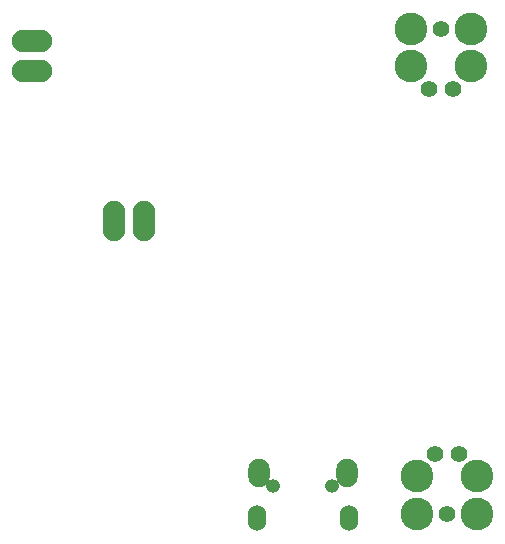
<source format=gbs>
G04 #@! TF.FileFunction,Soldermask,Bot*
%FSLAX46Y46*%
G04 Gerber Fmt 4.6, Leading zero omitted, Abs format (unit mm)*
G04 Created by KiCad (PCBNEW 4.0.6+dfsg1-1) date Tue Dec 26 18:50:37 2017*
%MOMM*%
%LPD*%
G01*
G04 APERTURE LIST*
%ADD10C,0.100000*%
%ADD11O,1.850000X2.400000*%
%ADD12O,1.550000X2.200000*%
%ADD13O,1.200000X1.200000*%
%ADD14C,2.774900*%
%ADD15C,1.390600*%
%ADD16O,1.910000X3.410000*%
%ADD17O,3.410000X1.910000*%
G04 APERTURE END LIST*
D10*
D11*
X50375000Y-177725000D03*
X57825000Y-177725000D03*
D12*
X50225000Y-181525000D03*
X57975000Y-181525000D03*
D13*
X51600000Y-178775000D03*
X56600000Y-178775000D03*
D14*
X63285000Y-140110000D03*
X68365000Y-140110000D03*
X68365000Y-143285000D03*
X63285000Y-143285000D03*
D15*
X66841000Y-145190000D03*
X64809000Y-145190000D03*
X65825000Y-140110000D03*
D14*
X68815000Y-181165000D03*
X63735000Y-181165000D03*
X63735000Y-177990000D03*
X68815000Y-177990000D03*
D15*
X65259000Y-176085000D03*
X67291000Y-176085000D03*
X66275000Y-181165000D03*
D16*
X38125000Y-156400000D03*
X40665000Y-156400000D03*
D17*
X31175000Y-143700000D03*
X31175000Y-141160000D03*
M02*

</source>
